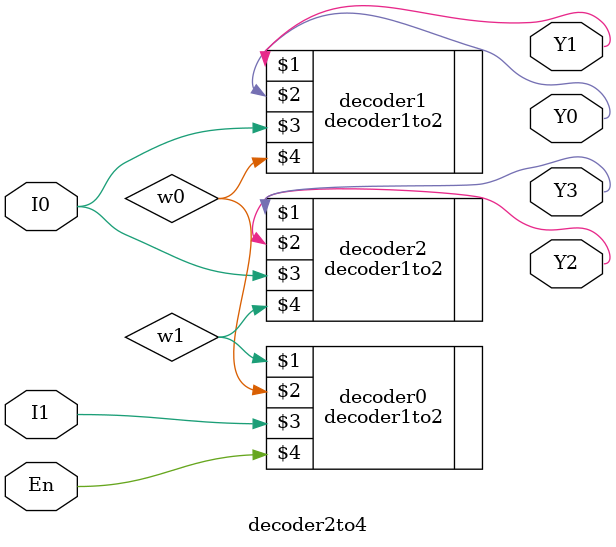
<source format=v>
module decoder2to4(Y3, Y2, Y1, Y0, I1, I0, En);

output reg Y3, Y2, Y1, Y0;

input I1, I0, En;

wire w1, w0 ;

	decoder1to2 decoder2(Y3, Y2, I0, w1);
	decoder1to2 decoder1(Y1, Y0, I0, w0);
	decoder1to2 decoder0(w1, w0, I1, En);

endmodule
</source>
